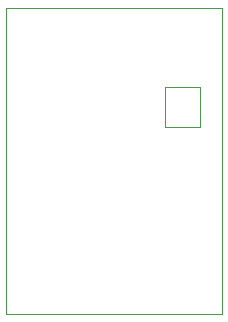
<source format=gbr>
G04 #@! TF.GenerationSoftware,KiCad,Pcbnew,(5.1.5-0-10_14)*
G04 #@! TF.CreationDate,2020-01-23T15:25:11+01:00*
G04 #@! TF.ProjectId,Cherry MX Breakout Board (Mill-Max-7305),43686572-7279-4204-9d58-20427265616b,v1*
G04 #@! TF.SameCoordinates,Original*
G04 #@! TF.FileFunction,Profile,NP*
%FSLAX46Y46*%
G04 Gerber Fmt 4.6, Leading zero omitted, Abs format (unit mm)*
G04 Created by KiCad (PCBNEW (5.1.5-0-10_14)) date 2020-01-23 15:25:11*
%MOMM*%
%LPD*%
G04 APERTURE LIST*
%ADD10C,0.100000*%
%ADD11C,0.010000*%
G04 APERTURE END LIST*
D10*
X143526000Y-97028000D02*
X161798000Y-97028000D01*
X143526000Y-122936000D02*
X143526000Y-97028000D01*
X161798000Y-122936000D02*
X143526000Y-122936000D01*
X161798000Y-97028000D02*
X161798000Y-122936000D01*
D11*
X156966000Y-103710000D02*
X156966000Y-107110000D01*
X156966000Y-107110000D02*
X159966000Y-107110000D01*
X159966000Y-107110000D02*
X159966000Y-103710000D01*
X159966000Y-103710000D02*
X156966000Y-103710000D01*
M02*

</source>
